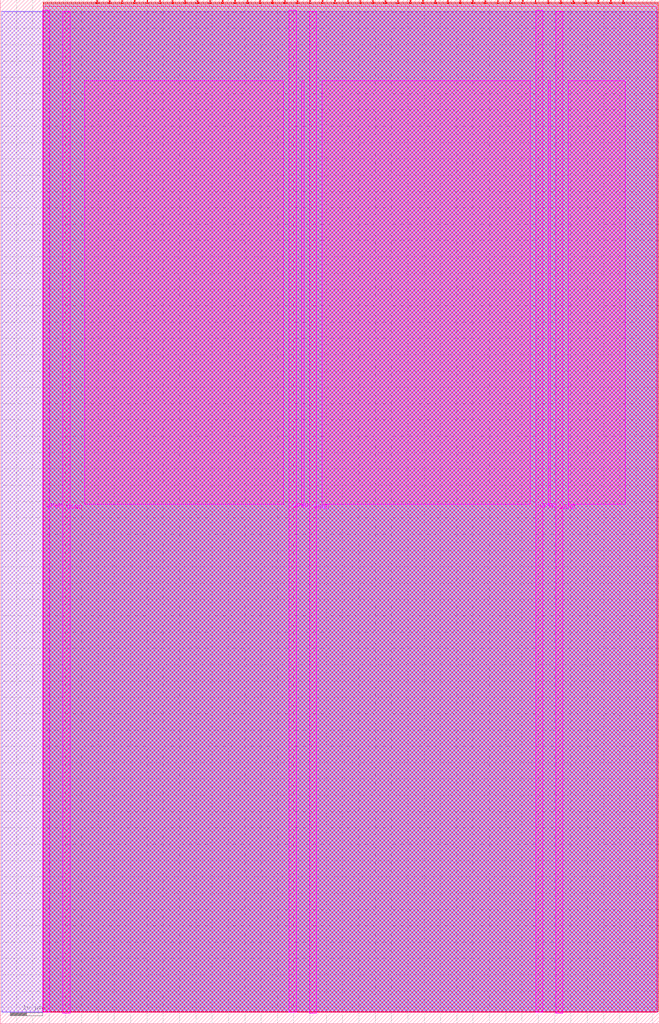
<source format=lef>
VERSION 5.7 ;
  NOWIREEXTENSIONATPIN ON ;
  DIVIDERCHAR "/" ;
  BUSBITCHARS "[]" ;
MACRO tt_um_sid
  CLASS BLOCK ;
  FOREIGN tt_um_sid ;
  ORIGIN 0.000 0.000 ;
  SIZE 202.080 BY 313.740 ;
  PIN VGND
    DIRECTION INOUT ;
    USE GROUND ;
    PORT
      LAYER TopMetal1 ;
        RECT 19.180 3.150 21.380 310.180 ;
    END
    PORT
      LAYER TopMetal1 ;
        RECT 94.780 3.150 96.980 310.180 ;
    END
    PORT
      LAYER TopMetal1 ;
        RECT 170.380 3.150 172.580 310.180 ;
    END
  END VGND
  PIN VPWR
    DIRECTION INOUT ;
    USE POWER ;
    PORT
      LAYER TopMetal1 ;
        RECT 12.980 3.560 15.180 310.590 ;
    END
    PORT
      LAYER TopMetal1 ;
        RECT 88.580 3.560 90.780 310.590 ;
    END
    PORT
      LAYER TopMetal1 ;
        RECT 164.180 3.560 166.380 310.590 ;
    END
  END VPWR
  PIN clk
    DIRECTION INPUT ;
    USE SIGNAL ;
    ANTENNAGATEAREA 81.244797 ;
    PORT
      LAYER Metal4 ;
        RECT 187.050 312.740 187.350 313.740 ;
    END
  END clk
  PIN ena
    DIRECTION INPUT ;
    USE SIGNAL ;
    PORT
      LAYER Metal4 ;
        RECT 190.890 312.740 191.190 313.740 ;
    END
  END ena
  PIN rst_n
    DIRECTION INPUT ;
    USE SIGNAL ;
    ANTENNAGATEAREA 0.180700 ;
    PORT
      LAYER Metal4 ;
        RECT 183.210 312.740 183.510 313.740 ;
    END
  END rst_n
  PIN ui_in[0]
    DIRECTION INPUT ;
    USE SIGNAL ;
    ANTENNAGATEAREA 0.180700 ;
    PORT
      LAYER Metal4 ;
        RECT 179.370 312.740 179.670 313.740 ;
    END
  END ui_in[0]
  PIN ui_in[1]
    DIRECTION INPUT ;
    USE SIGNAL ;
    ANTENNAGATEAREA 0.180700 ;
    ANTENNADIFFAREA 2.015400 ;
    PORT
      LAYER Metal4 ;
        RECT 175.530 312.740 175.830 313.740 ;
    END
  END ui_in[1]
  PIN ui_in[2]
    DIRECTION INPUT ;
    USE SIGNAL ;
    ANTENNAGATEAREA 0.180700 ;
    ANTENNADIFFAREA 2.015400 ;
    PORT
      LAYER Metal4 ;
        RECT 171.690 312.740 171.990 313.740 ;
    END
  END ui_in[2]
  PIN ui_in[3]
    DIRECTION INPUT ;
    USE SIGNAL ;
    ANTENNAGATEAREA 0.180700 ;
    PORT
      LAYER Metal4 ;
        RECT 167.850 312.740 168.150 313.740 ;
    END
  END ui_in[3]
  PIN ui_in[4]
    DIRECTION INPUT ;
    USE SIGNAL ;
    ANTENNAGATEAREA 0.180700 ;
    PORT
      LAYER Metal4 ;
        RECT 164.010 312.740 164.310 313.740 ;
    END
  END ui_in[4]
  PIN ui_in[5]
    DIRECTION INPUT ;
    USE SIGNAL ;
    PORT
      LAYER Metal4 ;
        RECT 160.170 312.740 160.470 313.740 ;
    END
  END ui_in[5]
  PIN ui_in[6]
    DIRECTION INPUT ;
    USE SIGNAL ;
    PORT
      LAYER Metal4 ;
        RECT 156.330 312.740 156.630 313.740 ;
    END
  END ui_in[6]
  PIN ui_in[7]
    DIRECTION INPUT ;
    USE SIGNAL ;
    ANTENNAGATEAREA 0.180700 ;
    PORT
      LAYER Metal4 ;
        RECT 152.490 312.740 152.790 313.740 ;
    END
  END ui_in[7]
  PIN uio_in[0]
    DIRECTION INPUT ;
    USE SIGNAL ;
    ANTENNAGATEAREA 0.180700 ;
    PORT
      LAYER Metal4 ;
        RECT 148.650 312.740 148.950 313.740 ;
    END
  END uio_in[0]
  PIN uio_in[1]
    DIRECTION INPUT ;
    USE SIGNAL ;
    ANTENNAGATEAREA 0.180700 ;
    ANTENNADIFFAREA 2.015400 ;
    PORT
      LAYER Metal4 ;
        RECT 144.810 312.740 145.110 313.740 ;
    END
  END uio_in[1]
  PIN uio_in[2]
    DIRECTION INPUT ;
    USE SIGNAL ;
    ANTENNAGATEAREA 0.180700 ;
    PORT
      LAYER Metal4 ;
        RECT 140.970 312.740 141.270 313.740 ;
    END
  END uio_in[2]
  PIN uio_in[3]
    DIRECTION INPUT ;
    USE SIGNAL ;
    ANTENNAGATEAREA 0.180700 ;
    PORT
      LAYER Metal4 ;
        RECT 137.130 312.740 137.430 313.740 ;
    END
  END uio_in[3]
  PIN uio_in[4]
    DIRECTION INPUT ;
    USE SIGNAL ;
    ANTENNAGATEAREA 0.180700 ;
    PORT
      LAYER Metal4 ;
        RECT 133.290 312.740 133.590 313.740 ;
    END
  END uio_in[4]
  PIN uio_in[5]
    DIRECTION INPUT ;
    USE SIGNAL ;
    ANTENNAGATEAREA 0.180700 ;
    PORT
      LAYER Metal4 ;
        RECT 129.450 312.740 129.750 313.740 ;
    END
  END uio_in[5]
  PIN uio_in[6]
    DIRECTION INPUT ;
    USE SIGNAL ;
    ANTENNAGATEAREA 0.180700 ;
    PORT
      LAYER Metal4 ;
        RECT 125.610 312.740 125.910 313.740 ;
    END
  END uio_in[6]
  PIN uio_in[7]
    DIRECTION INPUT ;
    USE SIGNAL ;
    ANTENNAGATEAREA 0.180700 ;
    PORT
      LAYER Metal4 ;
        RECT 121.770 312.740 122.070 313.740 ;
    END
  END uio_in[7]
  PIN uio_oe[0]
    DIRECTION OUTPUT ;
    USE SIGNAL ;
    ANTENNADIFFAREA 0.299200 ;
    PORT
      LAYER Metal4 ;
        RECT 56.490 312.740 56.790 313.740 ;
    END
  END uio_oe[0]
  PIN uio_oe[1]
    DIRECTION OUTPUT ;
    USE SIGNAL ;
    ANTENNADIFFAREA 0.299200 ;
    PORT
      LAYER Metal4 ;
        RECT 52.650 312.740 52.950 313.740 ;
    END
  END uio_oe[1]
  PIN uio_oe[2]
    DIRECTION OUTPUT ;
    USE SIGNAL ;
    ANTENNADIFFAREA 0.299200 ;
    PORT
      LAYER Metal4 ;
        RECT 48.810 312.740 49.110 313.740 ;
    END
  END uio_oe[2]
  PIN uio_oe[3]
    DIRECTION OUTPUT ;
    USE SIGNAL ;
    ANTENNADIFFAREA 0.299200 ;
    PORT
      LAYER Metal4 ;
        RECT 44.970 312.740 45.270 313.740 ;
    END
  END uio_oe[3]
  PIN uio_oe[4]
    DIRECTION OUTPUT ;
    USE SIGNAL ;
    ANTENNADIFFAREA 0.299200 ;
    PORT
      LAYER Metal4 ;
        RECT 41.130 312.740 41.430 313.740 ;
    END
  END uio_oe[4]
  PIN uio_oe[5]
    DIRECTION OUTPUT ;
    USE SIGNAL ;
    ANTENNADIFFAREA 0.299200 ;
    PORT
      LAYER Metal4 ;
        RECT 37.290 312.740 37.590 313.740 ;
    END
  END uio_oe[5]
  PIN uio_oe[6]
    DIRECTION OUTPUT ;
    USE SIGNAL ;
    ANTENNADIFFAREA 0.299200 ;
    PORT
      LAYER Metal4 ;
        RECT 33.450 312.740 33.750 313.740 ;
    END
  END uio_oe[6]
  PIN uio_oe[7]
    DIRECTION OUTPUT ;
    USE SIGNAL ;
    ANTENNADIFFAREA 0.299200 ;
    PORT
      LAYER Metal4 ;
        RECT 29.610 312.740 29.910 313.740 ;
    END
  END uio_oe[7]
  PIN uio_out[0]
    DIRECTION OUTPUT ;
    USE SIGNAL ;
    ANTENNADIFFAREA 0.299200 ;
    PORT
      LAYER Metal4 ;
        RECT 87.210 312.740 87.510 313.740 ;
    END
  END uio_out[0]
  PIN uio_out[1]
    DIRECTION OUTPUT ;
    USE SIGNAL ;
    ANTENNADIFFAREA 0.299200 ;
    PORT
      LAYER Metal4 ;
        RECT 83.370 312.740 83.670 313.740 ;
    END
  END uio_out[1]
  PIN uio_out[2]
    DIRECTION OUTPUT ;
    USE SIGNAL ;
    ANTENNADIFFAREA 0.299200 ;
    PORT
      LAYER Metal4 ;
        RECT 79.530 312.740 79.830 313.740 ;
    END
  END uio_out[2]
  PIN uio_out[3]
    DIRECTION OUTPUT ;
    USE SIGNAL ;
    ANTENNADIFFAREA 0.299200 ;
    PORT
      LAYER Metal4 ;
        RECT 75.690 312.740 75.990 313.740 ;
    END
  END uio_out[3]
  PIN uio_out[4]
    DIRECTION OUTPUT ;
    USE SIGNAL ;
    ANTENNADIFFAREA 0.299200 ;
    PORT
      LAYER Metal4 ;
        RECT 71.850 312.740 72.150 313.740 ;
    END
  END uio_out[4]
  PIN uio_out[5]
    DIRECTION OUTPUT ;
    USE SIGNAL ;
    ANTENNADIFFAREA 0.299200 ;
    PORT
      LAYER Metal4 ;
        RECT 68.010 312.740 68.310 313.740 ;
    END
  END uio_out[5]
  PIN uio_out[6]
    DIRECTION OUTPUT ;
    USE SIGNAL ;
    ANTENNADIFFAREA 0.299200 ;
    PORT
      LAYER Metal4 ;
        RECT 64.170 312.740 64.470 313.740 ;
    END
  END uio_out[6]
  PIN uio_out[7]
    DIRECTION OUTPUT ;
    USE SIGNAL ;
    ANTENNADIFFAREA 0.299200 ;
    PORT
      LAYER Metal4 ;
        RECT 60.330 312.740 60.630 313.740 ;
    END
  END uio_out[7]
  PIN uo_out[0]
    DIRECTION OUTPUT ;
    USE SIGNAL ;
    ANTENNADIFFAREA 0.708600 ;
    PORT
      LAYER Metal4 ;
        RECT 117.930 312.740 118.230 313.740 ;
    END
  END uo_out[0]
  PIN uo_out[1]
    DIRECTION OUTPUT ;
    USE SIGNAL ;
    ANTENNADIFFAREA 0.299200 ;
    PORT
      LAYER Metal4 ;
        RECT 114.090 312.740 114.390 313.740 ;
    END
  END uo_out[1]
  PIN uo_out[2]
    DIRECTION OUTPUT ;
    USE SIGNAL ;
    ANTENNADIFFAREA 0.299200 ;
    PORT
      LAYER Metal4 ;
        RECT 110.250 312.740 110.550 313.740 ;
    END
  END uo_out[2]
  PIN uo_out[3]
    DIRECTION OUTPUT ;
    USE SIGNAL ;
    ANTENNADIFFAREA 0.299200 ;
    PORT
      LAYER Metal4 ;
        RECT 106.410 312.740 106.710 313.740 ;
    END
  END uo_out[3]
  PIN uo_out[4]
    DIRECTION OUTPUT ;
    USE SIGNAL ;
    ANTENNADIFFAREA 0.299200 ;
    PORT
      LAYER Metal4 ;
        RECT 102.570 312.740 102.870 313.740 ;
    END
  END uo_out[4]
  PIN uo_out[5]
    DIRECTION OUTPUT ;
    USE SIGNAL ;
    ANTENNADIFFAREA 0.299200 ;
    PORT
      LAYER Metal4 ;
        RECT 98.730 312.740 99.030 313.740 ;
    END
  END uo_out[5]
  PIN uo_out[6]
    DIRECTION OUTPUT ;
    USE SIGNAL ;
    ANTENNADIFFAREA 0.299200 ;
    PORT
      LAYER Metal4 ;
        RECT 94.890 312.740 95.190 313.740 ;
    END
  END uo_out[6]
  PIN uo_out[7]
    DIRECTION OUTPUT ;
    USE SIGNAL ;
    ANTENNADIFFAREA 0.299200 ;
    PORT
      LAYER Metal4 ;
        RECT 91.050 312.740 91.350 313.740 ;
    END
  END uo_out[7]
  OBS
      LAYER GatPoly ;
        RECT 0.480 3.630 201.600 310.110 ;
      LAYER Metal1 ;
        RECT 0.480 3.560 201.600 310.180 ;
      LAYER Metal2 ;
        RECT 13.160 3.635 201.705 313.045 ;
      LAYER Metal3 ;
        RECT 13.115 3.680 201.745 313.000 ;
      LAYER Metal4 ;
        RECT 13.160 312.530 29.400 313.000 ;
        RECT 30.120 312.530 33.240 313.000 ;
        RECT 33.960 312.530 37.080 313.000 ;
        RECT 37.800 312.530 40.920 313.000 ;
        RECT 41.640 312.530 44.760 313.000 ;
        RECT 45.480 312.530 48.600 313.000 ;
        RECT 49.320 312.530 52.440 313.000 ;
        RECT 53.160 312.530 56.280 313.000 ;
        RECT 57.000 312.530 60.120 313.000 ;
        RECT 60.840 312.530 63.960 313.000 ;
        RECT 64.680 312.530 67.800 313.000 ;
        RECT 68.520 312.530 71.640 313.000 ;
        RECT 72.360 312.530 75.480 313.000 ;
        RECT 76.200 312.530 79.320 313.000 ;
        RECT 80.040 312.530 83.160 313.000 ;
        RECT 83.880 312.530 87.000 313.000 ;
        RECT 87.720 312.530 90.840 313.000 ;
        RECT 91.560 312.530 94.680 313.000 ;
        RECT 95.400 312.530 98.520 313.000 ;
        RECT 99.240 312.530 102.360 313.000 ;
        RECT 103.080 312.530 106.200 313.000 ;
        RECT 106.920 312.530 110.040 313.000 ;
        RECT 110.760 312.530 113.880 313.000 ;
        RECT 114.600 312.530 117.720 313.000 ;
        RECT 118.440 312.530 121.560 313.000 ;
        RECT 122.280 312.530 125.400 313.000 ;
        RECT 126.120 312.530 129.240 313.000 ;
        RECT 129.960 312.530 133.080 313.000 ;
        RECT 133.800 312.530 136.920 313.000 ;
        RECT 137.640 312.530 140.760 313.000 ;
        RECT 141.480 312.530 144.600 313.000 ;
        RECT 145.320 312.530 148.440 313.000 ;
        RECT 149.160 312.530 152.280 313.000 ;
        RECT 153.000 312.530 156.120 313.000 ;
        RECT 156.840 312.530 159.960 313.000 ;
        RECT 160.680 312.530 163.800 313.000 ;
        RECT 164.520 312.530 167.640 313.000 ;
        RECT 168.360 312.530 171.480 313.000 ;
        RECT 172.200 312.530 175.320 313.000 ;
        RECT 176.040 312.530 179.160 313.000 ;
        RECT 179.880 312.530 183.000 313.000 ;
        RECT 183.720 312.530 186.840 313.000 ;
        RECT 187.560 312.530 190.680 313.000 ;
        RECT 191.400 312.530 201.700 313.000 ;
        RECT 13.160 3.635 201.700 312.530 ;
      LAYER Metal5 ;
        RECT 13.115 3.470 201.265 311.740 ;
      LAYER TopMetal1 ;
        RECT 25.900 159.200 86.940 288.940 ;
        RECT 92.420 159.200 93.140 288.940 ;
        RECT 98.620 159.200 162.540 288.940 ;
        RECT 168.020 159.200 168.740 288.940 ;
        RECT 174.220 159.200 191.700 288.940 ;
  END
END tt_um_sid
END LIBRARY


</source>
